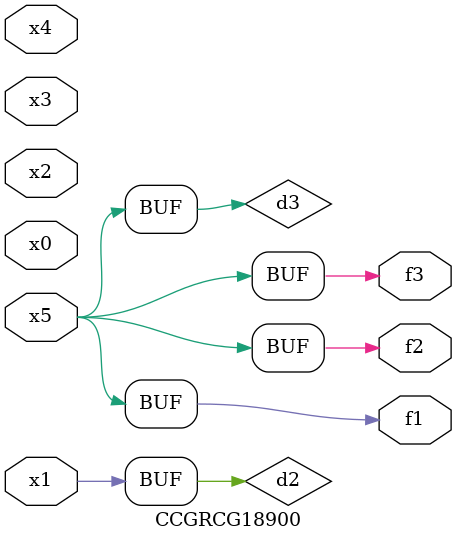
<source format=v>
module CCGRCG18900(
	input x0, x1, x2, x3, x4, x5,
	output f1, f2, f3
);

	wire d1, d2, d3;

	not (d1, x5);
	or (d2, x1);
	xnor (d3, d1);
	assign f1 = d3;
	assign f2 = d3;
	assign f3 = d3;
endmodule

</source>
